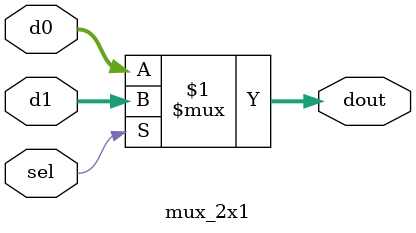
<source format=v>
module mux_2x1(dout,d0,d1,sel);
	output [11:0] dout;
	input [11:0] d0,d1;
	input sel;
	assign dout = sel ? d1 : d0;
endmodule
</source>
